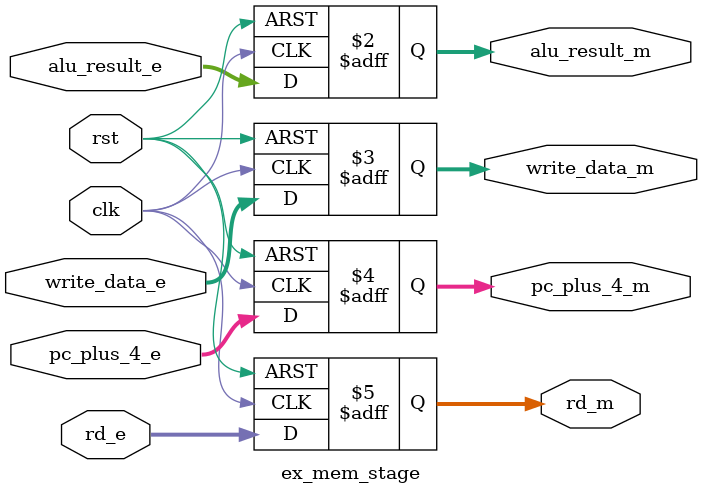
<source format=sv>


module ex_mem_stage (
       input logic         clk, rst,

       //input 
       input logic [31:0]  alu_result_e, write_data_e, pc_plus_4_e,
       input logic [4:0]   rd_e,

       //output
       output logic [31:0] alu_result_m, write_data_m, pc_plus_4_m,
       output logic [4:0]  rd_m
);

always_ff @ (posedge clk or posedge rst)
begin
    if (rst) begin 
        alu_result_m <= 0;
        write_data_m <= 0;
        pc_plus_4_m <= 0;
        rd_m <= 0;
    end

    else begin
        alu_result_m <= alu_result_e;
        write_data_m <= write_data_e;
        pc_plus_4_m <= pc_plus_4_e;
        rd_m <= rd_e;
    end

end


endmodule
</source>
